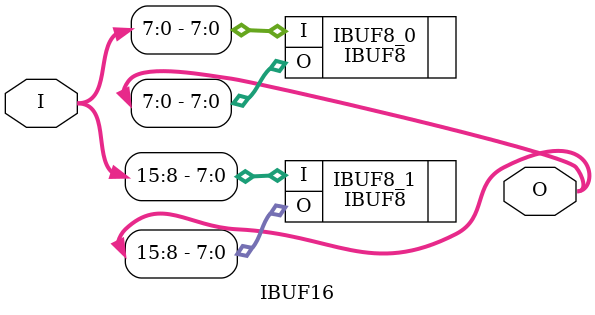
<source format=v>
`timescale 1ns / 1ps
module IBUF16(
    output [15:0] O,
    input [15:0] I
    );

IBUF8 
IBUF8_0 (
      .O(O[7:0]),     // Buffer output
      .I(I[7:0])      // Buffer input (connect directly to top-level port)
   );

IBUF8 
IBUF8_1 (
      .O(O[15:8]),     // Buffer output
      .I(I[15:8])      // Buffer input (connect directly to top-level port)
   );

endmodule

</source>
